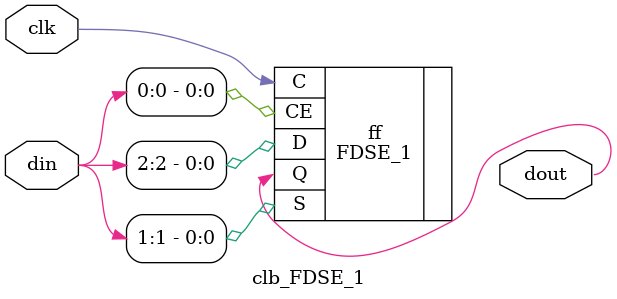
<source format=v>

module top(input clk, stb, di, output do);
	localparam integer DIN_N = 80;
	localparam integer DOUT_N = 20;

	reg [DIN_N-1:0] din;
	wire [DOUT_N-1:0] dout;

	reg [DIN_N-1:0] din_shr;
	reg [DOUT_N-1:0] dout_shr;

	always @(posedge clk) begin
		din_shr <= {din_shr, di};
		dout_shr <= {dout_shr, din_shr[DIN_N-1]};
		if (stb) begin
			din <= din_shr;
			dout_shr <= dout;
		end
	end

	assign do = dout_shr[DOUT_N-1];

	roi roi (
		.clk(clk),
		.din(din),
		.dout(dout)
	);
endmodule

module roi(input clk, input [79:0] din, output [19:0] dout);
    /*
    clbs = (
            'FD',
            'FD_1',
            'FDC',
            'FDC_1',
            'FDCE',
            'FDCE_1',
            'FDE',
            'FDE_1',
            'FDP',
            'FDP_1',
            'FDPE',
            'FDPE_1',
            'FDR',
            'FDR_1',
            'FDRE',
            'FDRE_1',
            'FDS',
            'FDS_1',
            'FDSE',
            'FDSE_1',
            )
    for i, clb in enumerate(clbs):
        print 'clb_%s clb_%s (.clk(clk), .din(din[  %d +: 4]), .dout(dout[  %d ]));' % (clb, clb, i * 4, i * 1)
    */
    clb_FD clb_FD (.clk(clk), .din(din[  0 +: 4]), .dout(dout[  0]));
    clb_FD_1 clb_FD_1 (.clk(clk), .din(din[  4 +: 4]), .dout(dout[  1]));
    clb_FDC clb_FDC (.clk(clk), .din(din[  8 +: 4]), .dout(dout[  2]));
    clb_FDC_1 clb_FDC_1 (.clk(clk), .din(din[  12 +: 4]), .dout(dout[  3]));
    clb_FDCE clb_FDCE (.clk(clk), .din(din[  16 +: 4]), .dout(dout[  4]));
    clb_FDCE_1 clb_FDCE_1 (.clk(clk), .din(din[  20 +: 4]), .dout(dout[  5]));
    clb_FDE clb_FDE (.clk(clk), .din(din[  24 +: 4]), .dout(dout[  6]));
    clb_FDE_1 clb_FDE_1 (.clk(clk), .din(din[  28 +: 4]), .dout(dout[  7]));
    clb_FDP clb_FDP (.clk(clk), .din(din[  32 +: 4]), .dout(dout[  8]));
    clb_FDP_1 clb_FDP_1 (.clk(clk), .din(din[  36 +: 4]), .dout(dout[  9]));
    clb_FDPE clb_FDPE (.clk(clk), .din(din[  40 +: 4]), .dout(dout[  10]));
    clb_FDPE_1 clb_FDPE_1 (.clk(clk), .din(din[  44 +: 4]), .dout(dout[  11]));
    clb_FDR clb_FDR (.clk(clk), .din(din[  48 +: 4]), .dout(dout[  12]));
    clb_FDR_1 clb_FDR_1 (.clk(clk), .din(din[  52 +: 4]), .dout(dout[  13]));
    clb_FDRE clb_FDRE (.clk(clk), .din(din[  56 +: 4]), .dout(dout[  14]));
    clb_FDRE_1 clb_FDRE_1 (.clk(clk), .din(din[  60 +: 4]), .dout(dout[  15]));
    clb_FDS clb_FDS (.clk(clk), .din(din[  64 +: 4]), .dout(dout[  16]));
    clb_FDS_1 clb_FDS_1 (.clk(clk), .din(din[  68 +: 4]), .dout(dout[  17]));
    clb_FDSE clb_FDSE (.clk(clk), .din(din[  72 +: 4]), .dout(dout[  18]));
    clb_FDSE_1 clb_FDSE_1 (.clk(clk), .din(din[  76 +: 4]), .dout(dout[  19]));
endmodule

// ---------------------------------------------------------------------

module clb_FD (input clk, input [3:0] din, output dout);
	(* LOC="SLICE_X16Y100", BEL="AFF" *)
	FD ff (
		.C(clk),
		.Q(dout),
		.D(din[0])
	);
	endmodule

module clb_FD_1 (input clk, input [3:0] din, output dout);
	(* LOC="SLICE_X16Y101", BEL="AFF" *)
	FD_1 ff (
		.C(clk),
		.Q(dout),
		.D(din[0])
	);
	endmodule

module clb_FDC (input clk, input [3:0] din, output dout);
	(* LOC="SLICE_X16Y102", BEL="AFF" *)
	FDC ff (
		.C(clk),
		.Q(dout),
		.CLR(din[0]),
		.D(din[1])
	);
	endmodule

module clb_FDC_1 (input clk, input [3:0] din, output dout);
	(* LOC="SLICE_X16Y103", BEL="AFF" *)
	FDC_1 ff (
		.C(clk),
		.Q(dout),
		.CLR(din[0]),
		.D(din[1])
	);
	endmodule

module clb_FDCE (input clk, input [3:0] din, output dout);
	(* LOC="SLICE_X16Y104", BEL="AFF" *)
	FDCE ff (
		.C(clk),
		.Q(dout),
		.CE(din[0]),
		.CLR(din[1]),
		.D(din[2])
	);
	endmodule

module clb_FDCE_1 (input clk, input [3:0] din, output dout);
	(* LOC="SLICE_X16Y105", BEL="AFF" *)
	FDCE_1 ff (
		.C(clk),
		.Q(dout),
		.CE(din[0]),
		.CLR(din[1]),
		.D(din[2])
	);
	endmodule

module clb_FDE (input clk, input [3:0] din, output dout);
	(* LOC="SLICE_X16Y106", BEL="AFF" *)
	FDE ff (
		.C(clk),
		.Q(dout),
		.D(din[0]),
		.CE(din[1])
	);
	endmodule

module clb_FDE_1 (input clk, input [3:0] din, output dout);
	(* LOC="SLICE_X16Y107", BEL="AFF" *)
	FDE_1 ff (
		.C(clk),
		.Q(dout),
		.D(din[0]),
		.CE(din[1])
	);
	endmodule

module clb_FDP (input clk, input [3:0] din, output dout);
	(* LOC="SLICE_X16Y108", BEL="AFF" *)
	FDP ff (
		.C(clk),
		.Q(dout),
		.D(din[0]),
		.PRE(din[1])
	);
	endmodule

module clb_FDP_1 (input clk, input [3:0] din, output dout);
	(* LOC="SLICE_X16Y109", BEL="AFF" *)
	FDP_1 ff (
		.C(clk),
		.Q(dout),
		.D(din[0]),
		.PRE(din[1])
	);
	endmodule

module clb_FDPE (input clk, input [3:0] din, output dout);
	(* LOC="SLICE_X16Y110", BEL="AFF" *)
	FDPE ff (
		.C(clk),
		.Q(dout),
		.CE(din[0]),
		.PRE(din[1]),
		.D(din[2])
	);
	endmodule

module clb_FDPE_1 (input clk, input [3:0] din, output dout);
	(* LOC="SLICE_X16Y111", BEL="AFF" *)
	FDPE_1 ff (
		.C(clk),
		.Q(dout),
		.CE(din[0]),
		.PRE(din[1]),
		.D(din[2])
	);
	endmodule

module clb_FDR (input clk, input [3:0] din, output dout);
	(* LOC="SLICE_X16Y112", BEL="AFF" *)
	FDR ff (
		.C(clk),
		.Q(dout),
		.D(din[0]),
		.R(din[1])
	);
	endmodule

module clb_FDR_1 (input clk, input [3:0] din, output dout);
	(* LOC="SLICE_X16Y113", BEL="AFF" *)
	FDR_1 ff (
		.C(clk),
		.Q(dout),
		.D(din[0]),
		.R(din[1])
	);
	endmodule

module clb_FDRE (input clk, input [3:0] din, output dout);
	(* LOC="SLICE_X16Y114", BEL="AFF" *)
	FDRE ff (
		.C(clk),
		.Q(dout),
		.CE(din[0]),
		.R(din[1]),
		.D(din[2])
	);
	endmodule

module clb_FDRE_1 (input clk, input [3:0] din, output dout);
	(* LOC="SLICE_X16Y115", BEL="AFF" *)
	FDRE_1 ff (
		.C(clk),
		.Q(dout),
		.CE(din[0]),
		.R(din[1]),
		.D(din[2])
	);
	endmodule

module clb_FDS (input clk, input [3:0] din, output dout);
	(* LOC="SLICE_X16Y116", BEL="AFF" *)
	FDS ff (
		.C(clk),
		.Q(dout),
		.S(din[0]),
		.D(din[1])
	);
	endmodule

module clb_FDS_1 (input clk, input [3:0] din, output dout);
	(* LOC="SLICE_X16Y117", BEL="AFF" *)
	FDS_1 ff (
		.C(clk),
		.Q(dout),
		.S(din[0]),
		.D(din[1])
	);
	endmodule

module clb_FDSE (input clk, input [3:0] din, output dout);
	(* LOC="SLICE_X16Y118", BEL="AFF" *)
	FDSE ff (
		.C(clk),
		.Q(dout),
		.CE(din[0]),
		.S(din[1]),
		.D(din[2])
	);
	endmodule

module clb_FDSE_1 (input clk, input [3:0] din, output dout);
	(* LOC="SLICE_X16Y119", BEL="AFF" *)
	FDSE_1 ff (
		.C(clk),
		.Q(dout),
		.CE(din[0]),
		.S(din[1]),
		.D(din[2])
	);
	endmodule


</source>
